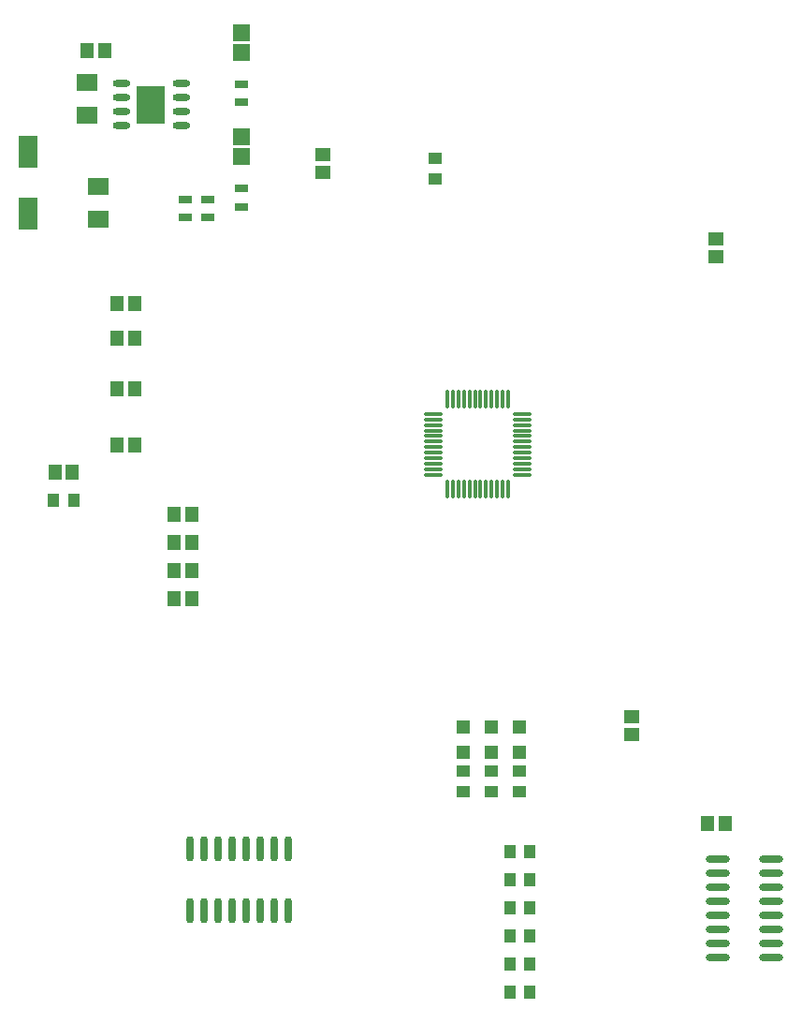
<source format=gtp>
G04 Layer_Color=7318015*
%FSLAX25Y25*%
%MOIN*%
G70*
G01*
G75*
%ADD10O,0.02600X0.09000*%
%ADD11O,0.08661X0.02362*%
%ADD12O,0.06300X0.02400*%
%ADD13R,0.05118X0.05709*%
%ADD14R,0.04724X0.03150*%
%ADD15R,0.05118X0.04528*%
%ADD16R,0.05118X0.03937*%
%ADD17R,0.05709X0.05118*%
%ADD18R,0.03937X0.05118*%
%ADD19O,0.01181X0.07087*%
%ADD20O,0.07087X0.01181*%
%ADD21R,0.07480X0.05906*%
%ADD22R,0.06102X0.05906*%
%ADD23R,0.06693X0.11811*%
%ADD27R,0.10300X0.13800*%
D10*
X157500Y111000D02*
D03*
X152500D02*
D03*
X147500D02*
D03*
X142500D02*
D03*
X137500D02*
D03*
X132500D02*
D03*
X127500D02*
D03*
X122500D02*
D03*
Y89000D02*
D03*
X127500D02*
D03*
X132500D02*
D03*
X137500D02*
D03*
X142500D02*
D03*
X147500D02*
D03*
X152500D02*
D03*
X157500D02*
D03*
D11*
X310551Y107500D02*
D03*
Y102500D02*
D03*
Y97500D02*
D03*
Y92500D02*
D03*
Y87500D02*
D03*
Y82500D02*
D03*
Y77500D02*
D03*
Y72500D02*
D03*
X329449Y107500D02*
D03*
Y102500D02*
D03*
Y97500D02*
D03*
Y92500D02*
D03*
Y87500D02*
D03*
Y82500D02*
D03*
Y77500D02*
D03*
Y72500D02*
D03*
D12*
X98148Y383500D02*
D03*
Y378500D02*
D03*
Y373500D02*
D03*
Y368500D02*
D03*
X119400Y383500D02*
D03*
Y378500D02*
D03*
Y373500D02*
D03*
Y368500D02*
D03*
D13*
X85850Y395000D02*
D03*
X92150D02*
D03*
X102721Y274718D02*
D03*
X96421D02*
D03*
X102721Y305218D02*
D03*
X96422D02*
D03*
X102721Y292718D02*
D03*
X96422D02*
D03*
X102721Y254718D02*
D03*
X96421D02*
D03*
X74351Y245000D02*
D03*
X80650D02*
D03*
X116850Y230000D02*
D03*
X123150D02*
D03*
X116850Y200000D02*
D03*
X123150D02*
D03*
X116850Y220000D02*
D03*
X123150D02*
D03*
X116850Y210000D02*
D03*
X123150D02*
D03*
X306850Y120000D02*
D03*
X313150D02*
D03*
D14*
X129000Y335752D02*
D03*
Y342248D02*
D03*
X121000D02*
D03*
Y335752D02*
D03*
X141000Y346087D02*
D03*
Y339591D02*
D03*
Y383248D02*
D03*
Y376752D02*
D03*
D15*
X240000Y145571D02*
D03*
Y154429D02*
D03*
X230000Y145571D02*
D03*
Y154429D02*
D03*
X220000Y145571D02*
D03*
Y154429D02*
D03*
D16*
X230000Y138642D02*
D03*
Y131358D02*
D03*
X240000Y138642D02*
D03*
Y131358D02*
D03*
X220000Y138642D02*
D03*
X220000Y131358D02*
D03*
X210000Y349358D02*
D03*
Y356642D02*
D03*
D17*
X170000Y358150D02*
D03*
Y351851D02*
D03*
X280000Y158150D02*
D03*
Y151850D02*
D03*
X310000Y321850D02*
D03*
Y328150D02*
D03*
D18*
X81142Y235000D02*
D03*
X73858D02*
D03*
X236358Y60000D02*
D03*
X243642D02*
D03*
X236358Y70000D02*
D03*
X243642D02*
D03*
X236358Y80000D02*
D03*
X243642D02*
D03*
X236358Y90000D02*
D03*
X243642D02*
D03*
X236358Y100000D02*
D03*
X243642D02*
D03*
X236358Y110000D02*
D03*
X243642D02*
D03*
D19*
X214173Y270945D02*
D03*
X216142D02*
D03*
X218110Y270945D02*
D03*
X220079D02*
D03*
X222047Y270945D02*
D03*
X224016D02*
D03*
X225984D02*
D03*
X227953D02*
D03*
X229921Y270945D02*
D03*
X231890D02*
D03*
X233858Y270945D02*
D03*
X235827D02*
D03*
Y239055D02*
D03*
X233858Y239055D02*
D03*
X231890Y239055D02*
D03*
X229921D02*
D03*
X227953Y239055D02*
D03*
X225984Y239055D02*
D03*
X224016Y239055D02*
D03*
X222047Y239055D02*
D03*
X220079Y239055D02*
D03*
X218110Y239055D02*
D03*
X216142Y239055D02*
D03*
X214173Y239055D02*
D03*
D20*
X240945Y265827D02*
D03*
X240945Y263858D02*
D03*
Y261890D02*
D03*
Y259921D02*
D03*
X240945Y257953D02*
D03*
Y255984D02*
D03*
X240945Y254016D02*
D03*
Y252047D02*
D03*
Y250079D02*
D03*
Y248110D02*
D03*
X240945Y246142D02*
D03*
X240945Y244173D02*
D03*
X209055D02*
D03*
Y246142D02*
D03*
Y248110D02*
D03*
Y250079D02*
D03*
Y252047D02*
D03*
Y254016D02*
D03*
X209055Y255984D02*
D03*
Y257953D02*
D03*
X209055Y259921D02*
D03*
Y261890D02*
D03*
Y263858D02*
D03*
Y265827D02*
D03*
D21*
X86000Y383906D02*
D03*
Y372094D02*
D03*
X90000Y335094D02*
D03*
Y346905D02*
D03*
D22*
X141000Y401543D02*
D03*
Y394457D02*
D03*
Y364543D02*
D03*
Y357457D02*
D03*
D23*
X65000Y337000D02*
D03*
Y359000D02*
D03*
D27*
X108650Y375900D02*
D03*
M02*

</source>
